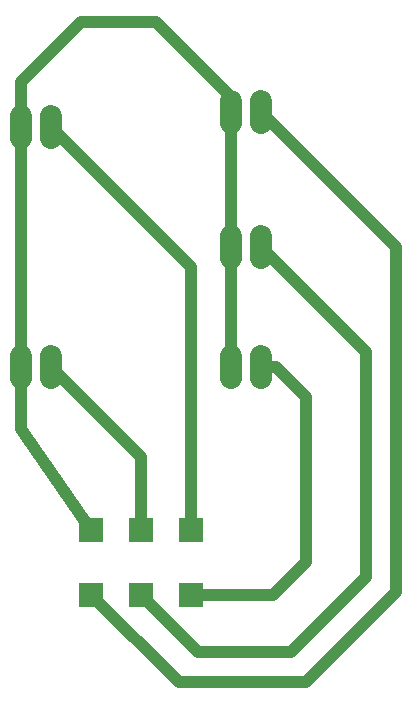
<source format=gbr>
G04 EAGLE Gerber X2 export*
%TF.Part,Single*%
%TF.FileFunction,Copper,L2,Bot,Mixed*%
%TF.FilePolarity,Positive*%
%TF.GenerationSoftware,Autodesk,EAGLE,8.7.1*%
%TF.CreationDate,2018-05-13T19:15:01Z*%
G75*
%MOMM*%
%FSLAX34Y34*%
%LPD*%
%AMOC8*
5,1,8,0,0,1.08239X$1,22.5*%
G01*
%ADD10C,1.879600*%
%ADD11R,2.100000X2.100000*%
%ADD12C,1.016000*%


D10*
X241300Y282702D02*
X241300Y301498D01*
X266700Y301498D02*
X266700Y282702D01*
X241300Y384302D02*
X241300Y403098D01*
X266700Y403098D02*
X266700Y384302D01*
X241300Y498602D02*
X241300Y517398D01*
X266700Y517398D02*
X266700Y498602D01*
X63500Y301498D02*
X63500Y282702D01*
X88900Y282702D02*
X88900Y301498D01*
X63500Y485902D02*
X63500Y504698D01*
X88900Y504698D02*
X88900Y485902D01*
D11*
X207100Y99500D03*
X165100Y99500D03*
X123100Y99500D03*
X123100Y154500D03*
X165100Y154500D03*
X207100Y154500D03*
D12*
X63500Y239500D02*
X63500Y292100D01*
X63500Y239500D02*
X123100Y154500D01*
X63500Y495300D02*
X63500Y533400D01*
X114300Y584200D01*
X177800Y584200D01*
X241300Y520700D01*
X241300Y508000D01*
X63500Y495300D02*
X63500Y292100D01*
X241300Y393700D02*
X241300Y508000D01*
X241300Y393700D02*
X241300Y292100D01*
X165100Y215900D02*
X88900Y292100D01*
X165100Y215900D02*
X165100Y154500D01*
X207100Y377100D02*
X88900Y495300D01*
X207100Y377100D02*
X207100Y154500D01*
X304800Y25400D02*
X381000Y101600D01*
X304800Y25400D02*
X197200Y25400D01*
X381000Y393700D02*
X266700Y508000D01*
X381000Y393700D02*
X381000Y101600D01*
X197200Y25400D02*
X123100Y99500D01*
X355600Y304800D02*
X266700Y393700D01*
X355600Y114300D02*
X292100Y50800D01*
X213800Y50800D01*
X165100Y99500D01*
X355600Y114300D02*
X355600Y304800D01*
X277300Y99500D02*
X207100Y99500D01*
X277300Y99500D02*
X304800Y127000D01*
X304800Y266700D01*
X279400Y292100D01*
X266700Y292100D01*
M02*

</source>
